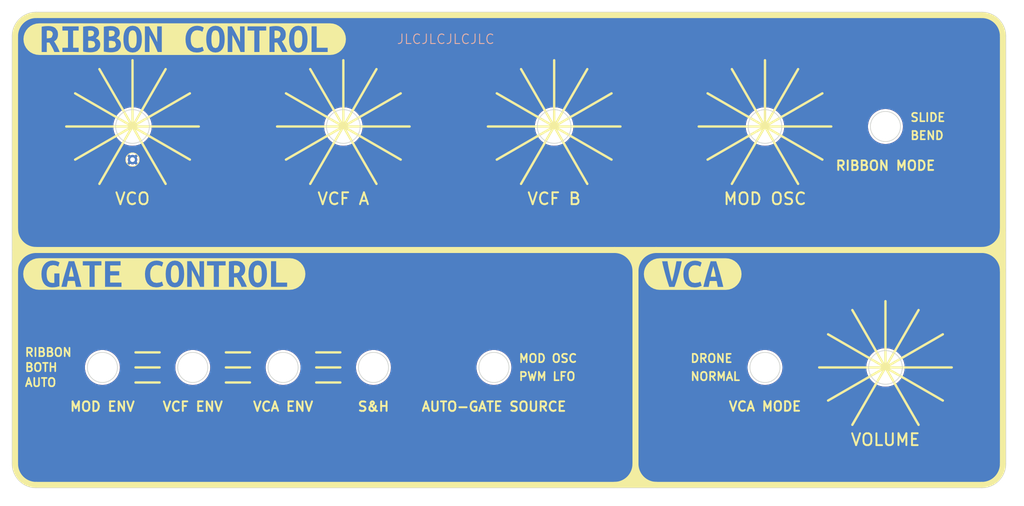
<source format=kicad_pcb>
(kicad_pcb (version 20211014) (generator pcbnew)
  (title_block (title "Josh Ox Ribbon Synth Ribbon panel") (date "2022-07-13") (rev "0") (comment 2 "creativecommons.org.licences/by.4.0") (comment 3 "license: CC by 4.0") (comment 4 "Author: Jordan Aceto"))
  (layers (0 "F.Cu" signal) (31 "B.Cu" signal) (34 "B.Paste" user) (35 "F.Paste" user) (36 "B.SilkS" user "B.Silkscreen") (37 "F.SilkS" user "F.Silkscreen") (38 "B.Mask" user) (39 "F.Mask" user "footprints") (44 "Edge.Cuts" user))
  (net 0 "")
  (net 1 "GND")
  (footprint "TestPoint:TestPoint_Keystone_5000-5004_Miniature" (layer "F.Cu") (at 59.69 78.105)
    (fp_text reference "TP1" hide)
    (fp_text value "dummy")
    (fp_circle (center 0 0) (end 1.4 0) (layer "F.SilkS") (width 0.15) (fill none))
    (pad "1" thru_hole circle (at 0 0) (size 2 2) (drill 1) (layers *.Cu *.Mask) (net 1 "GND"))
  )
  (footprint "kibuzzard-62C2EB96" (layer "F.Cu") (at 70.69 52.705)
    (fp_text reference "kibuzzard-62C2EB96" hide)
    (fp_text value "G***" hide)
    (fp_poly (pts (xy 23.094157 0) (xy 23.101797 0.380901) (xy 23.124716 0.737791) (xy 23.246954 1.335881) (xy 23.504526 1.737519) (xy 23.949819 1.88595) (xy 24.390748 1.737519) (xy 24.652685 1.331516) (xy 24.774923 0.733425) (xy 24.797842 0.379809) (xy 24.805482 0) (xy 24.797842 -0.380901) (xy 24.774923 -0.737791) (xy 24.652685 -1.335881) (xy 24.395113 -1.737519) (xy 23.949819 -1.88595) (xy 23.504526 -1.737519) (xy 23.246954 -1.331516) (xy 23.124716 -0.733425) (xy 23.101797 -0.379809) (xy 23.094157 0)) (layer "F.SilkS") (width 0) (fill solid))
    (fp_poly (pts (xy -15.559087 -0.550069) (xy -14.939168 -0.729059) (xy -14.729618 -1.222375) (xy -14.790737 -1.532334) (xy -14.956631 -1.715691) (xy -15.201106 -1.803003) (xy -15.489237 -1.824831) (xy -15.742443 -1.8161) (xy -15.978187 -1.789906) (xy -15.978187 -0.550069) (xy -15.559087 -0.550069)) (layer "F.SilkS") (width 0) (fill solid))
    (fp_poly (pts (xy -11.830843 0) (xy -11.823203 0.380901) (xy -11.800284 0.737791) (xy -11.678046 1.335881) (xy -11.420474 1.737519) (xy -10.975181 1.88595) (xy -10.534252 1.737519) (xy -10.272315 1.331516) (xy -10.150077 0.733425) (xy -10.127158 0.379809) (xy -10.119518 0) (xy -10.127158 -0.380901) (xy -10.150077 -0.737791) (xy -10.272315 -1.335881) (xy -10.529887 -1.737519) (xy -10.975181 -1.88595) (xy -11.420474 -1.737519) (xy -11.678046 -1.331516) (xy -11.800284 -0.733425) (xy -11.823203 -0.379809) (xy -11.830843 0)) (layer "F.SilkS") (width 0) (fill solid))
    (fp_poly (pts (xy -15.978187 0.340519) (xy -15.978187 1.807369) (xy -15.729346 1.833563) (xy -15.463043 1.842294) (xy -15.105062 1.811734) (xy -14.795102 1.698228) (xy -14.572456 1.462484) (xy -14.485143 1.073944) (xy -14.733984 0.510778) (xy -15.401924 0.340519) (xy -15.978187 0.340519)) (layer "F.SilkS") (width 0) (fill solid))
    (fp_poly (pts (xy -27.800299 -0.995363) (xy -27.865784 -1.366441) (xy -28.062237 -1.624013) (xy -28.365648 -1.774627) (xy -28.752006 -1.824831) (xy -28.900437 -1.820466) (xy -29.075062 -1.798638) (xy -29.075062 -0.174625) (xy -28.839318 -0.174625) (xy -28.365648 -0.228104) (xy -28.044774 -0.388541) (xy -27.800299 -0.995363)) (layer "F.SilkS") (width 0) (fill solid))
    (fp_poly (pts (xy -30.149006 -3.332824) (xy -28.752006 -2.759075) (xy -28.311077 -2.732881) (xy -27.913806 -2.6543) (xy -27.564556 -2.521148) (xy -27.267693 -2.331244) (xy -26.852959 -1.776809) (xy -26.74491 -1.411188) (xy -26.708893 -0.986631) (xy -26.756915 -0.536972) (xy -26.900981 -0.130969) (xy -27.15637 0.207367) (xy -27.538362 0.454025) (xy -25.783381 2.706688) (xy -25.783381 1.8161) (xy -24.604662 1.8161) (xy -24.604662 -1.807369) (xy -25.783381 -1.807369) (xy -25.783381 -2.697956) (xy -22.351999 -2.697956) (xy -22.351999 -1.807369) (xy -23.521987 -1.807369) (xy -21.417756 2.619375) (xy -21.417756 -2.628106) (xy -20.745449 -2.719784) (xy -20.020756 -2.759075) (xy -19.466321 -2.727424) (xy -19.025393 -2.632472) (xy -18.422937 -2.300684) (xy -18.126074 -1.842294) (xy -18.047493 -1.335881) (xy -18.094424 -0.973534) (xy -18.235215 -0.654844) (xy -18.737262 -0.183356) (xy -18.275597 0.052388) (xy -17.99074 0.357981) (xy -17.8434 0.707231) (xy -17.794287 1.073944) (xy -17.052131 2.619375) (xy -17.052131 -2.628106) (xy -16.379824 -2.719784) (xy -15.655131 -2.759075) (xy -15.100696 -2.727424) (xy -14.659768 -2.632472) (xy -14.057312 -2.300684) (xy -13.760449 -1.842294) (xy -13.681868 -1.335881) (xy -13.728799 -0.973534) (xy -13.86959 -0.654844) (xy -14.371637 -0.183356) (xy -13.909972 0.052388) (xy -13.625115 0.357981) (xy -13.477775 0.707231) (xy -13.428662 1.073944) (xy -12.922249 0) (xy -12.890053 -0.655662) (xy -12.793463 -1.225649) (xy -12.632481 -1.709961) (xy -12.407106 -2.108597) (xy -12.01905 -2.503928) (xy -11.541742 -2.741127) (xy -10.975181 -2.820194) (xy -10.391157 -2.741127) (xy -9.908028 -2.503928) (xy -9.525793 -2.108597) (xy -9.308058 -1.709961) (xy -9.152532 -1.225649) (xy -9.059217 -0.655662) (xy -9.028112 0) (xy -9.059763 0.655662) (xy -9.154715 1.225649) (xy -8.390731 2.706688) (xy -8.390731 -2.697956) (xy -7.526337 -2.697956) (xy -7.281862 -2.29741) (xy -7.037387 -1.864122) (xy -6.796186 -1.415554) (xy -6.561534 -0.969169) (xy -6.338887 -0.530423) (xy -6.133702 -0.104775) (xy -5.951438 0.288131) (xy -5.797549 0.62865) (xy -5.797549 -2.697956) (xy -4.828381 -2.697956) (xy -4.828381 2.706688) (xy -5.692774 2.706688) (xy -5.944525 2.107627) (xy -6.210829 1.509536) (xy -6.491684 0.912416) (xy -6.787091 0.315295) (xy -7.09705 -0.282795) (xy -7.421562 -0.881856) (xy -7.421562 2.706688) (xy -8.390731 2.706688) (xy -9.154715 1.225649) (xy -9.312969 1.709961) (xy -9.534524 2.108597) (xy -9.918699 2.503928) (xy -10.396008 2.741127) (xy 2.523332 2.820194) (xy 1.820951 2.738702) (xy 1.238868 2.494227) (xy 0.777082 2.086769) (xy 0.513507 1.681311) (xy 0.32524 1.198364) (xy 0.212279 0.637927) (xy 0.174626 0) (xy 0.220465 -0.635198) (xy 0.357982 -1.196181) (xy 0.577355 -1.679674) (xy 0.86876 -2.082403) (xy 1.226741 -2.401094) (xy 1.645841 -2.632472) (xy 2.116237 -2.773263) (xy 2.628107 -2.820194) (xy 3.147616 -2.772172) (xy 3.553619 -2.663031) (xy 3.846116 -2.532063) (xy 4.025107 -2.427288) (xy 3.745707 -1.571625) (xy 3.261123 -1.794272) (xy 2.610644 -1.88595) (xy 2.117329 -1.794272) (xy 1.689498 -1.488678) (xy 1.383904 -0.916781) (xy 4.540251 0) (xy 4.572447 -0.655662) (xy 4.669037 -1.225649) (xy 4.830019 -1.709961) (xy 5.055394 -2.108597) (xy 5.44345 -2.503928) (xy 5.920758 -2.741127) (xy 6.487319 -2.820194) (xy 7.071343 -2.741127) (xy 17.183101 -2.697956) (xy 17.183101 -1.807369) (xy 15.759907 -1.807369) (xy 15.759907 2.706688) (xy 14.677232 2.706688) (xy 14.677232 -1.807369) (xy 13.254038 -1.807369) (xy 13.254038 -2.697956) (xy 17.183101 -2.697956) (xy 7.071343 -2.741127) (xy 7.554472 -2.503928) (xy 7.936707 -2.108597) (xy 8.154442 -1.709961) (xy 8.309968 -1.225649) (xy 8.403283 -0.655662) (xy 8.434388 0) (xy 8.402737 0.655662) (xy 8.307785 1.225649) (xy 8.149531 1.709961) (xy 7.927976 2.108597) (xy 7.543801 2.503928) (xy 7.066492 2.741127) (xy 11.769726 2.706688) (xy 11.517975 2.107627) (xy 11.251671 1.509536) (xy 10.970816 0.912416) (xy 10.675409 0.315295) (xy 10.36545 -0.282795) (xy 10.040938 -0.881856) (xy 10.040938 2.706688) (xy 9.071769 2.706688) (xy 9.071769 -2.697956) (xy 9.936163 -2.697956) (xy 10.180638 -2.29741) (xy 10.425113 -1.864122) (xy 10.666314 -1.415554) (xy 10.900966 -0.969169) (xy 11.123613 -0.530423) (xy 11.328798 -0.104775) (xy 11.511062 0.288131) (xy 11.664951 0.62865) (xy 11.664951 -2.697956) (xy 12.634119 -2.697956) (xy 12.634119 2.706688) (xy 11.769726 2.706688) (xy 7.066492 2.741127) (xy 6.496051 2.820194) (xy 5.911542 2.741127) (xy 5.426958 2.503928) (xy 5.042298 2.108597) (xy 4.822652 1.709961) (xy 4.665762 1.225649) (xy 4.571629 0.655662) (xy 4.540251 0) (xy 1.383904 -0.916781) (xy 1.2955 -0.515144) (xy 1.266032 -0.026194) (xy 1.301442 0.542793) (xy 1.407672 1.015735) (xy 1.584723 1.392634) (xy 2.004914 1.762621) (xy 2.628107 1.88595) (xy 3.322241 1.789906) (xy 3.763169 1.597819) (xy 4.033838 2.44475) (xy 3.418285 2.702322) (xy 3.000276 2.790726) (xy 2.523332 2.820194) (xy -10.396008 2.741127) (xy -10.966449 2.820194) (xy -11.550958 2.741127) (xy -12.035542 2.503928) (xy -12.420202 2.108597) (xy -12.639848 1.709961) (xy -12.796738 1.225649) (xy -12.890871 0.655662) (xy -12.922249 0) (xy -13.428662 1.073944) (xy -13.470135 1.522512) (xy -13.594556 1.890316) (xy -14.044215 2.414191) (xy -14.354174 2.582267) (xy -14.716521 2.693591) (xy -15.11925 2.755801) (xy -15.550356 2.776538) (xy -15.914885 2.766715) (xy -16.292512 2.737247) (xy -16.674504 2.688134) (xy -17.052131 2.619375) (xy -17.794287 1.073944) (xy -17.83576 1.522512) (xy -17.960181 1.890316) (xy -18.40984 2.414191) (xy -18.719799 2.582267) (xy -19.082146 2.693591) (xy -19.484875 2.755801) (xy -19.915981 2.776538) (xy -20.28051 2.766715) (xy -20.658137 2.737247) (xy -21.040129 2.688134) (xy -21.417756 2.619375) (xy -23.521987 -1.807369) (xy -23.521987 1.8161) (xy -22.351999 1.8161) (xy -22.351999 2.706688) (xy -25.783381 2.706688) (xy -27.538362 0.454025) (xy -27.224037 0.956072) (xy -26.900981 1.532334) (xy -26.599752 2.134791) (xy -26.350912 2.706688) (xy -27.477243 2.706688) (xy -27.694433 2.192635) (xy -27.944365 1.698228) (xy -28.220491 1.21037) (xy -28.516262 0.715963) (xy -29.075062 0.715963) (xy -29.075062 2.706688) (xy -30.149006 2.706688) (xy -30.149006 -2.619375) (xy -29.804121 -2.684859) (xy -29.424312 -2.728516) (xy -29.057599 -2.750344) (xy -28.752006 -2.759075) (xy -30.149006 -3.332824) (xy -30.661636 -3.332824) (xy -31.311838 -3.268785) (xy -31.937052 -3.079128) (xy -32.513254 -2.771142) (xy -33.018298 -2.356662) (xy -33.432778 -1.851618) (xy -33.740764 -1.275417) (xy -33.93042 -0.650202) (xy -33.99446 0) (xy -33.93042 0.650202) (xy -33.740764 1.275417) (xy -33.432778 1.851618) (xy -33.018298 2.356662) (xy -32.513254 2.771142) (xy -31.937052 3.079128) (xy -31.311838 3.268785) (xy -30.661636 3.332824) (xy -30.149006 3.332824) (xy 30.149007 3.332824) (xy 30.661637 3.332824) (xy 31.311839 3.268784) (xy 31.937053 3.079127) (xy 32.513254 2.771141) (xy 33.018299 2.356662) (xy 33.432778 1.851617) (xy 33.740764 1.275416) (xy 33.930421 0.650202) (xy 33.99446 0) (xy 33.930421 -0.650202) (xy 33.740764 -1.275416) (xy 33.432778 -1.851617) (xy 33.018299 -2.356662) (xy 32.513254 -2.771141) (xy 31.937053 -3.079127) (xy 19.269869 -2.759075) (xy 19.710798 -2.732881) (xy 20.108069 -2.6543) (xy 20.457319 -2.521148) (xy 20.754182 -2.331244) (xy 21.168916 -1.776809) (xy 21.276965 -1.411188) (xy 21.312982 -0.986631) (xy 21.26496 -0.536972) (xy 22.002751 0) (xy 22.034947 -0.655662) (xy 22.131537 -1.225649) (xy 22.292519 -1.709961) (xy 22.517894 -2.108597) (xy 22.90595 -2.503928) (xy 23.383258 -2.741127) (xy 23.949819 -2.820194) (xy 24.533843 -2.741127) (xy 25.016972 -2.503928) (xy 25.399207 -2.108597) (xy 25.616942 -1.709961) (xy 25.772468 -1.225649) (xy 25.865783 -0.655662) (xy 25.896888 0) (xy 25.865237 0.655662) (xy 25.770285 1.225649) (xy 25.612031 1.709961) (xy 25.390476 2.108597) (xy 25.006301 2.503928) (xy 26.752551 2.706688) (xy 26.752551 -2.697956) (xy 27.835226 -2.697956) (xy 27.835226 1.8161) (xy 30.149007 1.8161) (xy 30.149007 2.706688) (xy 26.752551 2.706688) (xy 25.006301 2.503928) (xy 24.528992 2.741127) (xy 23.958551 2.820194) (xy 23.374042 2.741127) (xy 22.889458 2.503928) (xy 22.504798 2.108597) (xy 22.285152 1.709961) (xy 22.128262 1.225649) (xy 22.034129 0.655662) (xy 22.002751 0) (xy 21.26496 -0.536972) (xy 21.120894 -0.130969) (xy 20.865505 0.207367) (xy 20.483513 0.454025) (xy 20.797838 0.956072) (xy 21.120894 1.532334) (xy 21.422123 2.134791) (xy 21.670963 2.706688) (xy 20.544632 2.706688) (xy 20.327442 2.192635) (xy 20.07751 1.698228) (xy 19.801384 1.21037) (xy 19.505613 0.715963) (xy 18.946813 0.715963) (xy 18.946813 2.706688) (xy 17.872869 2.706688) (xy 17.872869 -2.619375) (xy 18.217754 -2.684859) (xy 18.597563 -2.728516) (xy 18.964276 -2.750344) (xy 19.269869 -2.759075) (xy 31.937053 -3.079127) (xy 31.311839 -3.268784) (xy 30.661637 -3.332824) (xy 30.149007 -3.332824) (xy -30.149006 -3.332824)) (layer "F.SilkS") (width 0) (fill solid))
    (fp_poly (pts (xy 20.221576 -0.995363) (xy 20.156091 -1.366441) (xy 19.959638 -1.624013) (xy 19.656227 -1.774627) (xy 19.269869 -1.824831) (xy 19.121438 -1.820466) (xy 18.946813 -1.798638) (xy 18.946813 -0.174625) (xy 19.182557 -0.174625) (xy 19.656227 -0.228104) (xy 19.977101 -0.388541) (xy 20.221576 -0.995363)) (layer "F.SilkS") (width 0) (fill solid))
    (fp_poly (pts (xy 5.631657 0) (xy 5.639297 0.380901) (xy 5.662216 0.737791) (xy 5.784454 1.335881) (xy 6.042026 1.737519) (xy 6.487319 1.88595) (xy 6.928248 1.737519) (xy 7.190185 1.331516) (xy 7.312423 0.733425) (xy 7.335342 0.379809) (xy 7.342982 0) (xy 7.335342 -0.380901) (xy 7.312423 -0.737791) (xy 7.190185 -1.335881) (xy 6.932613 -1.737519) (xy 6.487319 -1.88595) (xy 6.042026 -1.737519) (xy 5.784454 -1.331516) (xy 5.662216 -0.733425) (xy 5.639297 -0.379809) (xy 5.631657 0)) (layer "F.SilkS") (width 0) (fill solid))
    (fp_poly (pts (xy -19.924712 -0.550069) (xy -19.304793 -0.729059) (xy -19.095243 -1.222375) (xy -19.156362 -1.532334) (xy -19.322256 -1.715691) (xy -19.566731 -1.803003) (xy -19.854862 -1.824831) (xy -20.108068 -1.8161) (xy -20.343812 -1.789906) (xy -20.343812 -0.550069) (xy -19.924712 -0.550069)) (layer "F.SilkS") (width 0) (fill solid))
    (fp_poly (pts (xy -20.343812 0.340519) (xy -20.343812 1.807369) (xy -20.094971 1.833563) (xy -19.828668 1.842294) (xy -19.470687 1.811734) (xy -19.160727 1.698228) (xy -18.938081 1.462484) (xy -18.850768 1.073944) (xy -19.099609 0.510778) (xy -19.767549 0.340519) (xy -20.343812 0.340519)) (layer "F.SilkS") (width 0) (fill solid))
  )
  (footprint "kibuzzard-62C2EBA8" (layer "F.Cu") (at 66.39 102.22)
    (fp_text reference "kibuzzard-62C2EBA8" hide)
    (fp_text value "G***" hide)
    (fp_poly (pts (xy 18.846404 0) (xy 18.854043 0.380901) (xy 18.876963 0.737791) (xy 18.999201 1.335881) (xy 19.256772 1.737519) (xy 19.702066 1.88595) (xy 20.142994 1.737519) (xy 20.404932 1.331516) (xy 20.527169 0.733425) (xy 20.550089 0.379809) (xy 20.557729 0) (xy 20.550089 -0.380901) (xy 20.527169 -0.737791) (xy 20.404932 -1.335881) (xy 20.14736 -1.737519) (xy 19.702066 -1.88595) (xy 19.256772 -1.737519) (xy 18.999201 -1.331516) (xy 18.876963 -0.733425) (xy 18.854043 -0.379809) (xy 18.846404 0)) (layer "F.SilkS") (width 0) (fill solid))
    (fp_poly (pts (xy 1.383904 0) (xy 1.391543 0.380901) (xy 1.414463 0.737791) (xy 1.536701 1.335881) (xy 1.794272 1.737519) (xy 2.239566 1.88595) (xy 2.680494 1.737519) (xy 2.942432 1.331516) (xy 3.064669 0.733425) (xy 3.087589 0.379809) (xy 3.095229 0) (xy 3.087589 -0.380901) (xy 3.064669 -0.737791) (xy 2.942432 -1.335881) (xy 2.68486 -1.737519) (xy 2.239566 -1.88595) (xy 1.794272 -1.737519) (xy 1.536701 -1.331516) (xy 1.414463 -0.733425) (xy 1.391543 -0.379809) (xy 1.383904 0)) (layer "F.SilkS") (width 0) (fill solid))
    (fp_poly (pts (xy -25.901253 -3.332824) (xy -24.877514 -2.417465) (xy -24.478059 -2.641203) (xy -24.034948 -2.775446) (xy -23.561278 -2.820194) (xy -22.998112 -2.772172) (xy -22.565915 -2.663031) (xy -22.264687 -2.532063) (xy -22.085696 -2.427288) (xy -22.365096 -1.571625) (xy -22.836584 -1.789906) (xy -23.412846 -1.88595) (xy -24.058959 -1.74625) (xy -21.072522 0.331788) (xy -20.915709 -0.205184) (xy -20.720893 -0.853753) (xy -20.529351 -1.485404) (xy -20.341083 -2.100138) (xy -20.15609 -2.697956) (xy -18.986103 -2.697956) (xy -17.187465 -1.807369) (xy -17.187465 -2.697956) (xy -13.258403 -2.697956) (xy -13.258403 -1.807369) (xy -14.681596 -1.807369) (xy -12.490053 2.706688) (xy -12.490053 -2.697956) (xy -9.215834 -2.697956) (xy -9.215834 -1.807369) (xy -11.416109 -1.807369) (xy -11.416109 -0.593725) (xy -9.503965 -0.593725) (xy -9.503965 0.296863) (xy -11.416109 0.296863) (xy -11.416109 1.8161) (xy -9.023746 1.8161) (xy -9.023746 2.706688) (xy -12.490053 2.706688) (xy -14.681596 -1.807369) (xy -14.681596 2.706688) (xy -15.764271 2.706688) (xy -15.764271 -1.807369) (xy -17.187465 -1.807369) (xy -18.986103 -2.697956) (xy -18.794288 -2.095227) (xy -18.603019 -1.47449) (xy -18.412296 -0.835744) (xy -18.222118 -0.178991) (xy -18.071068 0.362522) (xy -17.921763 0.921845) (xy -17.774205 1.498981) (xy -17.628393 2.093928) (xy -17.484328 2.706688) (xy -18.636853 2.706688) (xy -18.890059 1.458119) (xy -20.330715 1.458119) (xy -20.57519 2.706688) (xy -21.69279 2.706688) (xy -21.538771 2.078911) (xy -21.384053 1.473835) (xy -21.228637 0.891461) (xy -21.072522 0.331788) (xy -24.058959 -1.74625) (xy -24.491156 -1.357709) (xy -24.735631 -0.763984) (xy -24.791292 -0.400546) (xy -24.809846 0) (xy -24.775891 0.589359) (xy -24.674027 1.065213) (xy -24.504253 1.427559) (xy -24.126626 1.771352) (xy -23.604934 1.88595) (xy -23.395384 1.877219) (xy -23.185834 1.851025) (xy -23.185834 -0.122238) (xy -22.11189 -0.122238) (xy -22.11189 2.575719) (xy -22.709981 2.732881) (xy -1.724421 2.820194) (xy -2.426802 2.738702) (xy -3.008885 2.494227) (xy -3.470671 2.086769) (xy -3.734246 1.681311) (xy -3.922514 1.198364) (xy -4.035474 0.637927) (xy -4.073128 0) (xy -4.027289 -0.635198) (xy -3.889771 -1.196181) (xy -3.670399 -1.679674) (xy -3.378993 -2.082403) (xy -3.021012 -2.401094) (xy -2.601912 -2.632472) (xy -2.131516 -2.773263) (xy -1.619646 -2.820194) (xy -1.100137 -2.772172) (xy -0.694134 -2.663031) (xy -0.401637 -2.532063) (xy -0.222646 -2.427288) (xy -0.502046 -1.571625) (xy -0.986631 -1.794272) (xy -1.637109 -1.88595) (xy -2.130424 -1.794272) (xy -2.558256 -1.488678) (xy -2.863849 -0.916781) (xy -2.952253 -0.515144) (xy 0.292497 0) (xy 0.324694 -0.655662) (xy 0.421283 -1.225649) (xy 0.582266 -1.709961) (xy 0.807641 -2.108597) (xy 1.195697 -2.503928) (xy 1.673005 -2.741127) (xy 2.239566 -2.820194) (xy 2.82359 -2.741127) (xy 3.306719 -2.503928) (xy 3.688954 -2.108597) (xy 3.906689 -1.709961) (xy 4.062215 -1.225649) (xy 4.15553 -0.655662) (xy 4.186635 0) (xy 4.154984 0.655662) (xy 4.060032 1.225649) (xy 3.901778 1.709961) (xy 3.680222 2.108597) (xy 3.296047 2.503928) (xy 2.818739 2.741127) (xy 7.521972 2.706688) (xy 7.270221 2.107627) (xy 7.003918 1.509536) (xy 6.723063 0.912416) (xy 6.427656 0.315295) (xy 6.117696 -0.282795) (xy 5.793185 -0.881856) (xy 5.793185 2.706688) (xy 4.824016 2.706688) (xy 4.824016 -2.697956) (xy 5.68841 -2.697956) (xy 5.932885 -2.29741) (xy 6.17736 -1.864122) (xy 6.418561 -1.415554) (xy 6.653213 -0.969169) (xy 6.87586 -0.530423) (xy 7.081044 -0.104775) (xy 7.263309 0.288131) (xy 7.417197 0.62865) (xy 7.417197 -2.697956) (xy 8.386366 -2.697956) (xy 8.386366 2.706688) (xy 7.521972 2.706688) (xy 2.818739 2.741127) (xy 2.248297 2.820194) (xy 1.663789 2.741127) (xy 1.179204 2.503928) (xy 0.794544 2.108597) (xy 0.574899 1.709961) (xy 0.418009 1.225649) (xy 0.323875 0.655662) (xy 0.292497 0) (xy -2.952253 -0.515144) (xy -2.981721 -0.026194) (xy -2.946311 0.542793) (xy -2.840081 1.015735) (xy -2.663031 1.392634) (xy -2.242839 1.762621) (xy -1.619646 1.88595) (xy -0.925512 1.789906) (xy -0.484584 1.597819) (xy -0.213915 2.44475) (xy -0.829468 2.702322) (xy -1.247477 2.790726) (xy -1.724421 2.820194) (xy -22.709981 2.732881) (xy -23.158549 2.798366) (xy -23.692246 2.820194) (xy -24.173557 2.775446) (xy -24.604662 2.641203) (xy -24.981197 2.418556) (xy -25.298796 2.108597) (xy -25.554185 1.711325) (xy -25.74409 1.226741) (xy -25.861962 0.655935) (xy -25.901253 0) (xy -25.855414 -0.649387) (xy -25.717896 -1.218009) (xy -25.501798 -1.703685) (xy -25.220215 -2.104231) (xy -24.877514 -2.417465) (xy -25.901253 -3.332824) (xy -26.413883 -3.332824) (xy -27.064085 -3.268785) (xy -27.689299 -3.079128) (xy -28.265501 -2.771142) (xy -28.770545 -2.356662) (xy -29.185025 -1.851618) (xy -29.493011 -1.275417) (xy -29.682667 -0.650202) (xy -29.746707 0) (xy -29.682667 0.650202) (xy -29.493011 1.275417) (xy -29.185025 1.851618) (xy -28.770545 2.356662) (xy -28.265501 2.771142) (xy -27.689299 3.079128) (xy -27.064085 3.268785) (xy -26.413883 3.332824) (xy -25.901253 3.332824) (xy 25.901254 3.332824) (xy 26.413884 3.332824) (xy 27.064085 3.268784) (xy 27.6893 3.079128) (xy 28.265501 2.771141) (xy 28.770546 2.356662) (xy 29.185025 1.851617) (xy 29.493011 1.275416) (xy 29.682668 0.650202) (xy 29.746707 0) (xy 29.682668 -0.650202) (xy 29.493011 -1.275416) (xy 29.185025 -1.851617) (xy 28.770546 -2.356662) (xy 28.265501 -2.771141) (xy 27.6893 -3.079128) (xy 15.022116 -2.759075) (xy 15.463044 -2.732881) (xy 15.860316 -2.6543) (xy 16.209566 -2.521148) (xy 16.506429 -2.331244) (xy 16.921163 -1.776809) (xy 17.029212 -1.411188) (xy 17.065229 -0.986631) (xy 17.017207 -0.536972) (xy 17.754997 0) (xy 17.787194 -0.655662) (xy 17.883783 -1.225649) (xy 18.044766 -1.709961) (xy 18.270141 -2.108597) (xy 18.658197 -2.503928) (xy 19.135505 -2.741127) (xy 19.702066 -2.820194) (xy 20.28609 -2.741127) (xy 20.769219 -2.503928) (xy 21.151454 -2.108597) (xy 21.369189 -1.709961) (xy 21.524715 -1.225649) (xy 21.61803 -0.655662) (xy 21.649135 0) (xy 21.617484 0.655662) (xy 21.522532 1.225649) (xy 21.364278 1.709961) (xy 21.142722 2.108597) (xy 20.758547 2.503928) (xy 20.281239 2.741127) (xy 25.901254 2.706688) (xy 22.504797 2.706688) (xy 22.504797 -2.697956) (xy 23.587472 -2.697956) (xy 23.587472 1.8161) (xy 25.901254 1.8161) (xy 25.901254 2.706688) (xy 20.281239 2.741127) (xy 19.710797 2.820194) (xy 19.126289 2.741127) (xy 18.641704 2.503928) (xy 18.257044 2.108597) (xy 18.037399 1.709961) (xy 17.880509 1.225649) (xy 17.786375 0.655662) (xy 17.754997 0) (xy 17.017207 -0.536972) (xy 16.873141 -0.130969) (xy 16.617752 0.207367) (xy 16.23576 0.454025) (xy 16.550085 0.956072) (xy 16.873141 1.532334) (xy 17.174369 2.134791) (xy 17.42321 2.706688) (xy 16.296879 2.706688) (xy 16.079689 2.192635) (xy 15.829757 1.698228) (xy 15.553631 1.21037) (xy 15.25786 0.715963) (xy 14.69906 0.715963) (xy 14.69906 2.706688) (xy 13.625116 2.706688) (xy 13.625116 -2.619375) (xy 13.970001 -2.684859) (xy 14.34981 -2.728516) (xy 14.716522 -2.750344) (xy 15.022116 -2.759075) (xy 27.6893 -3.079128) (xy 27.064085 -3.268784) (xy 12.935347 -2.697956) (xy 12.935347 -1.807369) (xy 11.512154 -1.807369) (xy 11.512154 2.706688) (xy 10.429479 2.706688) (xy 10.429479 -1.807369) (xy 9.006285 -1.807369) (xy 9.006285 -2.697956) (xy 12.935347 -2.697956) (xy 27.064085 -3.268784) (xy 26.413884 -3.332824) (xy 25.901254 -3.332824) (xy -25.901253 -3.332824)) (layer "F.SilkS") (width 0) (fill solid))
    (fp_poly (pts (xy -19.59729 -1.650206) (xy -19.758818 -1.069578) (xy -19.898518 -0.528241) (xy -20.020756 0.008731) (xy -20.129896 0.567531) (xy -19.073415 0.567531) (xy -19.17819 0.008731) (xy -19.296062 -0.528241) (xy -19.435762 -1.069578) (xy -19.59729 -1.650206)) (layer "F.SilkS") (width 0) (fill solid))
    (fp_poly (pts (xy 15.973822 -0.995363) (xy 15.908338 -1.366441) (xy 15.711885 -1.624013) (xy 15.408474 -1.774627) (xy 15.022116 -1.824831) (xy 14.873685 -1.820466) (xy 14.69906 -1.798638) (xy 14.69906 -0.174625) (xy 14.934804 -0.174625) (xy 15.408474 -0.228104) (xy 15.729347 -0.388541) (xy 15.973822 -0.995363)) (layer "F.SilkS") (width 0) (fill solid))
  )
  (footprint "kibuzzard-62C2EBB3" (layer "F.Cu") (at 177.8 102.235)
    (fp_text reference "kibuzzard-62C2EBB3" hide)
    (fp_text value "G***" hide)
    (fp_poly (pts (xy -6.452393 -3.332824) (xy -6.452393 -2.697956) (xy -5.317331 -2.697956) (xy -5.251846 -2.245023) (xy -5.160168 -1.724422) (xy -5.049936 -1.161256) (xy -4.92879 -0.580628) (xy -4.797821 0.004366) (xy -4.658121 0.580628) (xy -4.515147 1.123057) (xy -4.374356 1.60655) (xy -4.234656 1.129605) (xy -4.094956 0.589359) (xy -3.959621 0.013097) (xy -3.833018 -0.571897) (xy -3.715146 -1.153616) (xy -3.606006 -1.720056) (xy -3.509962 -2.243931) (xy -3.431381 -2.697956) (xy -2.305049 -2.697956) (xy -2.42183 -2.143522) (xy -2.562621 -1.527969) (xy -2.726332 -0.865485) (xy -2.911871 -0.170259) (xy -1.813917 1.198364) (xy -1.926877 0.637927) (xy -1.964531 0) (xy -1.918692 -0.635198) (xy -1.781174 -1.196181) (xy -1.561802 -1.679674) (xy -1.270396 -2.082403) (xy -0.912415 -2.401094) (xy -0.493315 -2.632472) (xy -0.022919 -2.773263) (xy 0.488951 -2.820194) (xy 1.00846 -2.772172) (xy 1.414463 -2.663031) (xy 1.70696 -2.532063) (xy 1.885951 -2.427288) (xy 1.606551 -1.571625) (xy 1.121966 -1.794272) (xy 0.471488 -1.88595) (xy -0.021828 -1.794272) (xy -0.449659 -1.488678) (xy -0.755253 -0.916781) (xy -0.843656 -0.515144) (xy -0.873124 -0.026194) (xy 2.552669 1.473835) (xy 2.708085 0.891461) (xy 2.8642 0.331788) (xy 3.021013 -0.205184) (xy 3.215829 -0.853753) (xy 3.407371 -1.485404) (xy 3.595638 -2.100138) (xy 3.780632 -2.697956) (xy 4.950619 -2.697956) (xy 5.142434 -2.095227) (xy 5.333703 -1.47449) (xy 5.524426 -0.835744) (xy 5.714604 -0.178991) (xy 5.865654 0.362522) (xy 6.014959 0.921845) (xy 6.162517 1.498981) (xy 6.308329 2.093928) (xy 6.452394 2.706688) (xy 5.299869 2.706688) (xy 5.046663 1.458119) (xy 3.606007 1.458119) (xy 3.361532 2.706688) (xy 2.243932 2.706688) (xy 2.397951 2.078911) (xy 2.552669 1.473835) (xy -0.873124 -0.026194) (xy -0.837714 0.542793) (xy -0.731484 1.015735) (xy -0.554434 1.392634) (xy -0.134242 1.762621) (xy 0.488951 1.88595) (xy 1.183085 1.789906) (xy 1.624013 1.597819) (xy 1.894682 2.44475) (xy 1.279129 2.702322) (xy 0.86112 2.790726) (xy 0.384176 2.820194) (xy -0.318205 2.738702) (xy -0.900288 2.494227) (xy -1.362074 2.086769) (xy -1.625649 1.681311) (xy -1.813917 1.198364) (xy -2.911871 -0.170259) (xy -3.047206 0.307049) (xy -3.191271 0.790178) (xy -3.344068 1.279128) (xy -3.503171 1.765653) (xy -3.666154 2.241506) (xy -3.833018 2.706688) (xy -4.941887 2.706688) (xy -5.157985 2.064941) (xy -5.387181 1.344613) (xy -5.541433 0.838685) (xy -5.689864 0.333728) (xy -5.832474 -0.170259) (xy -5.967324 -0.664545) (xy -6.092472 -1.140398) (xy -6.207918 -1.597819) (xy -6.351984 -2.209006) (xy -6.452393 -2.697956) (xy -6.452393 -3.332824) (xy -6.965023 -3.332824) (xy -7.615225 -3.268785) (xy -8.24044 -3.079128) (xy -8.816641 -2.771142) (xy -9.321686 -2.356662) (xy -9.736165 -1.851618) (xy -10.044151 -1.275417) (xy -10.233808 -0.650202) (xy -10.297847 0) (xy -10.233808 0.650202) (xy -10.044151 1.275417) (xy -9.736165 1.851618) (xy -9.321686 2.356662) (xy -8.816641 2.771142) (xy -8.24044 3.079128) (xy -7.615225 3.268785) (xy -6.965023 3.332824) (xy -6.452393 3.332824) (xy 6.452394 3.332824) (xy 6.965025 3.332824) (xy 7.615226 3.268784) (xy 8.240441 3.079128) (xy 8.816642 2.771141) (xy 9.321686 2.356662) (xy 9.736165 1.851617) (xy 10.044151 1.275416) (xy 10.233808 0.650202) (xy 10.297847 0) (xy 10.233808 -0.650202) (xy 10.044151 -1.275416) (xy 9.736165 -1.851617) (xy 9.321686 -2.356662) (xy 8.816642 -2.771141) (xy 8.240441 -3.079128) (xy 7.615226 -3.268784) (xy 6.965025 -3.332824) (xy 6.452394 -3.332824) (xy -6.452393 -3.332824)) (layer "F.SilkS") (width 0) (fill solid))
    (fp_poly (pts (xy 4.339432 -1.650206) (xy 4.177904 -1.069578) (xy 4.038204 -0.528241) (xy 3.915966 0.008731) (xy 3.806826 0.567531) (xy 4.863307 0.567531) (xy 4.758532 0.008731) (xy 4.64066 -0.528241) (xy 4.50096 -1.069578) (xy 4.339432 -1.650206)) (layer "F.SilkS") (width 0) (fill solid))
  )
  (gr_line (start 218.44 121.92) (end 230.538375 128.905) (layer "F.SilkS") (width 0.5))
  (gr_line (start 104.14 71.12) (end 90.17 71.12) (layer "F.SilkS") (width 0.5))
  (gr_line (start 59.69 71.12) (end 73.66 71.12) (layer "F.SilkS") (width 0.5))
  (gr_line (start 35.814 98.298) (end 35.814 96.012) (layer "F.SilkS") (width 1))
  (gr_line (start 218.44 121.92) (end 204.47 121.92) (layer "F.SilkS") (width 0.5))
  (gr_line (start 59.69 71.12) (end 52.705 59.021625) (layer "F.SilkS") (width 0.5))
  (gr_line (start 148.59 71.12) (end 162.56 71.12) (layer "F.SilkS") (width 0.5))
  (gr_line (start 148.59 71.12) (end 136.491625 64.135) (layer "F.SilkS") (width 0.5))
  (gr_line (start 34.925 97.154999) (end 243.204999 97.155) (layer "F.SilkS") (width 1.27))
  (gr_line (start 104.14 71.12) (end 111.125 83.218375) (layer "F.SilkS") (width 0.5))
  (gr_line (start 148.59 71.12) (end 136.491625 78.105) (layer "F.SilkS") (width 0.5))
  (gr_line (start 59.69 71.12) (end 71.788375 64.135) (layer "F.SilkS") (width 0.5))
  (gr_arc (start 165.735001 101.600001) (mid 167.036911 98.456911) (end 170.180001 97.155001) (layer "F.SilkS") (width 1.27))
  (gr_line (start 98.425 121.92) (end 103.505001 121.919998) (layer "F.SilkS") (width 0.5))
  (gr_line (start 98.425001 125.094999) (end 103.505002 125.094997) (layer "F.SilkS") (width 0.5))
  (gr_line (start 60.325 125.095) (end 65.405001 125.094998) (layer "F.SilkS") (width 0.5))
  (gr_arc (start 238.759999 47.625001) (mid 241.903089 48.926911) (end 243.204999 52.070001) (layer "F.SilkS") (width 1.27))
  (gr_line (start 148.59 71.12) (end 141.605 59.021625) (layer "F.SilkS") (width 0.5))
  (gr_line (start 193.04 71.12) (end 205.138375 78.105) (layer "F.SilkS") (width 0.5))
  (gr_line (start 60.324999 121.920001) (end 65.405 121.919999) (layer "F.SilkS") (width 0.5))
  (gr_line (start 104.14 71.12) (end 118.11 71.12) (layer "F.SilkS") (width 0.5))
  (gr_line (start 79.375 121.92) (end 84.455001 121.919998) (layer "F.SilkS") (width 0.5))
  (gr_line (start 39.37 47.625) (end 238.76 47.624999) (layer "F.SilkS") (width 1.27))
  (gr_line (start 242.443 98.171) (end 242.443 95.885) (layer "F.SilkS") (width 1))
  (gr_line (start 148.59 71.12) (end 134.62 71.12) (layer "F.SilkS") (width 0.5))
  (gr_line (start 218.44 121.92) (end 211.455 109.821625) (layer "F.SilkS") (width 0.5))
  (gr_line (start 79.375 118.744999) (end 84.455001 118.744997) (layer "F.SilkS") (width 0.5))
  (gr_line (start 165.735 146.05) (end 165.735 97.155) (layer "F.SilkS") (width 1.27))
  (gr_line (start 60.324999 118.745) (end 65.405 118.744998) (layer "F.SilkS") (width 0.5))
  (gr_line (start 104.14 71.12) (end 104.14 57.15) (layer "F.SilkS") (width 0.5))
  (gr_line (start 166.751 98.044) (end 164.465 98.044) (layer "F.SilkS") (width 1))
  (gr_line (start 148.59 71.12) (end 155.575 83.218375) (layer "F.SilkS") (width 0.5))
  (gr_line (start 59.69 71.12) (end 47.591625 78.105) (layer "F.SilkS") (width 0.5))
  (gr_arc (start 39.37 97.155) (mid 36.22691 95.85309) (end 34.925 92.71) (layer "F.SilkS") (width 1.27))
  (gr_line (start 243.204999 142.239999) (end 243.204999 52.070001) (layer "F.SilkS") (width 1.27))
  (gr_line (start 148.59 71.12) (end 160.688375 64.135) (layer "F.SilkS") (width 0.5))
  (gr_line (start 59.69 71.12) (end 45.72 71.12) (layer "F.SilkS") (width 0.5))
  (gr_arc (start 39.370001 146.684999) (mid 36.226911 145.383089) (end 34.925001 142.239999) (layer "F.SilkS") (width 1.27))
  (gr_line (start 39.37 146.685) (end 238.76 146.684999) (layer "F.SilkS") (width 1.27))
  (gr_line (start 193.04 71.12) (end 193.04 57.15) (layer "F.SilkS") (width 0.5))
  (gr_line (start 59.69 71.12) (end 66.675 59.021625) (layer "F.SilkS") (width 0.5))
  (gr_line (start 218.44 121.92) (end 225.425 134.018375) (layer "F.SilkS") (width 0.5))
  (gr_line (start 59.69 71.12) (end 66.675 83.218375) (layer "F.SilkS") (width 0.5))
  (gr_line (start 148.59 71.12) (end 160.688375 78.105) (layer "F.SilkS") (width 0.5))
  (gr_arc (start 161.289999 97.155001) (mid 164.433089 98.456911) (end 165.734999 101.600001) (layer "F.SilkS") (width 1.27))
  (gr_line (start 218.44 121.92) (end 232.41 121.92) (layer "F.SilkS") (width 0.5))
  (gr_line (start 148.59 71.12) (end 148.59 57.15) (layer "F.SilkS") (width 0.5))
  (gr_line (start 59.69 71.12) (end 52.705 83.218375) (layer "F.SilkS") (width 0.5))
  (gr_line (start 104.14 71.12) (end 116.238375 64.135) (layer "F.SilkS") (width 0.5))
  (gr_line (start 34.925001 142.239999) (end 34.925 52.07) (layer "F.SilkS") (width 1.27))
  (gr_line (start 193.04 71.12) (end 186.055 59.021625) (layer "F.SilkS") (width 0.5))
  (gr_arc (start 243.205 92.709999) (mid 241.90309 95.853089) (end 238.76 97.154999) (layer "F.SilkS") (width 1.27))
  (gr_line (start 104.14 71.12) (end 116.238375 78.105) (layer "F.SilkS") (width 0.5))
  (gr_line (start 104.14 71.12) (end 111.125 59.021625) (layer "F.SilkS") (width 0.5))
  (gr_line (start 218.44 121.92) (end 211.455 134.018375) (layer "F.SilkS") (width 0.5))
  (gr_arc (start 238.76 97.154999) (mid 241.90309 98.456909) (end 243.205 101.599999) (layer "F.SilkS") (width 1.27))
  (gr_line (start 104.14 71.12) (end 92.041625 64.135) (layer "F.SilkS") (width 0.5))
  (gr_line (start 104.14 71.12) (end 97.155 59.021625) (layer "F.SilkS") (width 0.5))
  (gr_line (start 218.44 121.92) (end 225.425 109.821625) (layer "F.SilkS") (width 0.5))
  (gr_line (start 193.04 71.12) (end 207.01 71.12) (layer "F.SilkS") (width 0.5))
  (gr_line (start 193.04 71.12) (end 179.07 71.12) (layer "F.SilkS") (width 0.5))
  (gr_line (start 59.69 71.12) (end 71.788375 78.105) (layer "F.SilkS") (width 0.5))
  (gr_line (start 193.04 71.12) (end 180.941625 64.135) (layer "F.SilkS") (width 0.5))
  (gr_line (start 59.69 71.12) (end 59.69 57.15) (layer "F.SilkS") (width 0.5))
  (gr_line (start 59.69 71.12) (end 47.591625 64.135) (layer "F.SilkS") (width 0.5))
  (gr_line (start 218.44 121.92) (end 218.44 107.95) (layer "F.SilkS") (width 0.5))
  (gr_arc (start 243.204999 142.239999) (mid 241.903089 145.383089) (end 238.759999 146.684999) (layer "F.SilkS") (width 1.27))
  (gr_line (start 98.425 118.744999) (end 103.505001 118.744997) (layer "F.SilkS") (width 0.5))
  (gr_arc (start 165.734999 142.239999) (mid 164.433089 145.383089) (end 161.289999 146.684999) (layer "F.SilkS") (width 1.27))
  (gr_line (start 104.14 71.12) (end 92.041625 78.105) (layer "F.SilkS") (width 0.5))
  (gr_line (start 148.59 71.12) (end 155.575 59.021625) (layer "F.SilkS") (width 0.5))
  (gr_line (start 193.04 71.12) (end 180.941625 78.105) (layer "F.SilkS") (width 0.5))
  (gr_line (start 166.878 145.796) (end 164.592 145.796) (layer "F.SilkS") (width 1))
  (gr_line (start 193.04 71.12) (end 200.025 83.218375) (layer "F.SilkS") (width 0.5))
  (gr_line (start 148.59 71.12) (end 141.605 83.218375) (layer "F.SilkS") (width 0.5))
  (gr_line (start 193.04 71.12) (end 200.025 59.021625) (layer "F.SilkS") (width 0.5))
  (gr_arc (start 170.180001 146.684999) (mid 167.036911 145.383089) (end 165.735001 142.239999) (layer "F.SilkS") (width 1.27))
  (gr_line (start 79.375001 125.094999) (end 84.455002 125.094997) (layer "F.SilkS") (width 0.5))
  (gr_line (start 193.04 71.12) (end 205.138375 64.135) (layer "F.SilkS") (width 0.5))
  (gr_line (start 193.04 71.12) (end 186.055 83.218375) (layer "F.SilkS") (width 0.5))
  (gr_line (start 218.44 121.92) (end 230.538375 114.935) (layer "F.SilkS") (width 0.5))
  (gr_arc (start 34.925 52.07) (mid 36.22691 48.92691) (end 39.37 47.625) (layer "F.SilkS") (width 1.27))
  (gr_arc (start 34.925 101.6) (mid 36.22691 98.45691) (end 39.37 97.155) (layer "F.SilkS") (width 1.27))
  (gr_line (start 218.44 121.92) (end 206.341625 128.905) (layer "F.SilkS") (width 0.5))
  (gr_line (start 218.44 121.92) (end 206.341625 114.935) (layer "F.SilkS") (width 0.5))
  (gr_line (start 104.14 71.12) (end 97.155 83.218375) (layer "F.SilkS") (width 0.5))
  (gr_circle (center 148.585749 71.114582) (end 152.135749 71.114582) (layer "Edge.Cuts") (width 0.15) (fill none))
  (gr_line (start 238.76 46.99) (end 39.37 46.99) (layer "Edge.Cuts") (width 0.1))
  (gr_circle (center 193.04 71.12) (end 196.59 71.12) (layer "Edge.Cuts") (width 0.15) (fill none))
  (gr_circle (center 218.44 121.92) (end 221.99 121.92) (layer "Edge.Cuts") (width 0.15) (fill none))
  (gr_circle (center 104.14 71.12) (end 107.69 71.12) (layer "Edge.Cuts") (width 0.15) (fill none))
  (gr_arc (start 34.29 52.07) (mid 35.777898 48.477898) (end 39.37 46.99) (layer "Edge.Cuts") (width 0.1))
  (gr_circle (center 218.44 71.12) (end 221.615 71.12) (layer "Edge.Cuts") (width 0.15) (fill none))
  (gr_circle (center 91.44 121.92) (end 94.615 121.92) (layer "Edge.Cuts") (width 0.15) (fill none))
  (gr_line (start 39.37 147.32) (end 238.76 147.32) (layer "Edge.Cuts") (width 0.1))
  (gr_line (start 243.84 142.24) (end 243.84 52.07) (layer "Edge.Cuts") (width 0.1))
  (gr_arc (start 243.84 142.24) (mid 242.352102 145.832102) (end 238.76 147.32) (layer "Edge.Cuts") (width 0.1))
  (gr_circle (center 59.69 71.12) (end 63.24 71.12) (layer "Edge.Cuts") (width 0.15) (fill none))
  (gr_circle (center 193.04 121.92) (end 196.215 121.92) (layer "Edge.Cuts") (width 0.15) (fill none))
  (gr_arc (start 39.37 147.32) (mid 35.777898 145.832102) (end 34.29 142.24) (layer "Edge.Cuts") (width 0.1))
  (gr_circle (center 135.89 121.92) (end 139.065 121.92) (layer "Edge.Cuts") (width 0.15) (fill none))
  (gr_circle (center 53.34 121.92) (end 56.515 121.92) (layer "Edge.Cuts") (width 0.15) (fill none))
  (gr_circle (center 72.39 121.92) (end 75.565 121.92) (layer "Edge.Cuts") (width 0.15) (fill none))
  (gr_arc (start 238.76 46.99) (mid 242.352102 48.477898) (end 243.84 52.07) (layer "Edge.Cuts") (width 0.1))
  (gr_circle (center 110.49 121.92) (end 113.665 121.92) (layer "Edge.Cuts") (width 0.15) (fill none))
  (gr_line (start 34.29 52.07) (end 34.29 142.24) (layer "Edge.Cuts") (width 0.1))
  (gr_text "JLCJLCJLCJLC" (at 125.73 52.705) (layer "B.SilkS") (effects (font (size 2 2) (thickness 0.2))))
  (gr_text "NORMAL" (at 177.165 123.825) (layer "F.SilkS") (effects (font (size 1.75 1.75) (thickness 0.35)) (justify left)))
  (gr_text "BEND" (at 223.52 73.025) (layer "F.SilkS") (effects (font (size 1.75 1.75) (thickness 0.35)) (justify left)))
  (gr_text "VCA ENV" (at 91.44 130.175) (layer "F.SilkS") (effects (font (size 2 2) (thickness 0.4))))
  (gr_text "DRONE" (at 177.165 120.015) (layer "F.SilkS") (effects (font (size 1.75 1.75) (thickness 0.35)) (justify left)))
  (gr_text "RIBBON" (at 36.83 118.745) (layer "F.SilkS") (effects (font (size 1.75 1.75) (thickness 0.35)) (justify left)))
  (gr_text "SLIDE" (at 223.52 69.215) (layer "F.SilkS") (effects (font (size 1.75 1.75) (thickness 0.35)) (justify left)))
  (gr_text "RIBBON MODE" (at 218.44 79.375) (layer "F.SilkS") (effects (font (size 2 2) (thickness 0.4))))
  (gr_text "PWM LFO" (at 140.97 123.825) (layer "F.SilkS") (effects (font (size 1.75 1.75) (thickness 0.35)) (justify left)))
  (gr_text "MOD OSC" (at 193.04 86.36) (layer "F.SilkS") (effects (font (size 2.5 2.5) (thickness 0.4))))
  (gr_text "BOTH" (at 36.83 121.92) (layer "F.SilkS") (effects (font (size 1.75 1.75) (thickness 0.35)) (justify left)))
  (gr_text "VCF ENV" (at 72.39 130.175) (layer "F.SilkS") (effects (font (size 2 2) (thickness 0.4))))
  (gr_text "AUTO" (at 36.83 125.095) (layer "F.SilkS") (effects (font (size 1.75 1.75) (thickness 0.35)) (justify left)))
  (gr_text "AUTO-GATE SOURCE" (at 135.89 130.175) (layer "F.SilkS") (effects (font (size 2 2) (thickness 0.4))))
  (gr_text "MOD ENV" (at 53.34 130.175) (layer "F.SilkS") (effects (font (size 2 2) (thickness 0.4))))
  (gr_text "VCF B" (at 148.59 86.36) (layer "F.SilkS") (effects (font (size 2.5 2.5) (thickness 0.4))))
  (gr_text "VCA MODE" (at 193.037753 130.14423) (layer "F.SilkS") (effects (font (size 2 2) (thickness 0.4))))
  (gr_text "MOD OSC" (at 140.97 120.015) (layer "F.SilkS") (effects (font (size 1.75 1.75) (thickness 0.35)) (justify left)))
  (gr_text "VCO" (at 59.69 86.36) (layer "F.SilkS") (effects (font (size 2.5 2.5) (thickness 0.4))))
  (gr_text "S&H" (at 110.49 130.175) (layer "F.SilkS") (effects (font (size 2 2) (thickness 0.4))))
  (gr_text "VOLUME" (at 218.44 137.16) (layer "F.SilkS") (effects (font (size 2.5 2.5) (thickness 0.4))))
  (gr_text "VCF A" (at 104.14 86.36) (layer "F.SilkS") (effects (font (size 2.5 2.5) (thickness 0.4))))
  (zone (net 1) (net_name "GND") (layers F&B.Cu) (connect_pads (clearance 0.508)) (min_thickness 0.254) (fill yes (thermal_gap 0.508) (thermal_bridge_width 0.508))
    (polygon (pts (xy 247.65 151.13) (xy 31.75 151.13) (xy 31.75 44.45) (xy 247.65 44.45)))
  )
)
</source>
